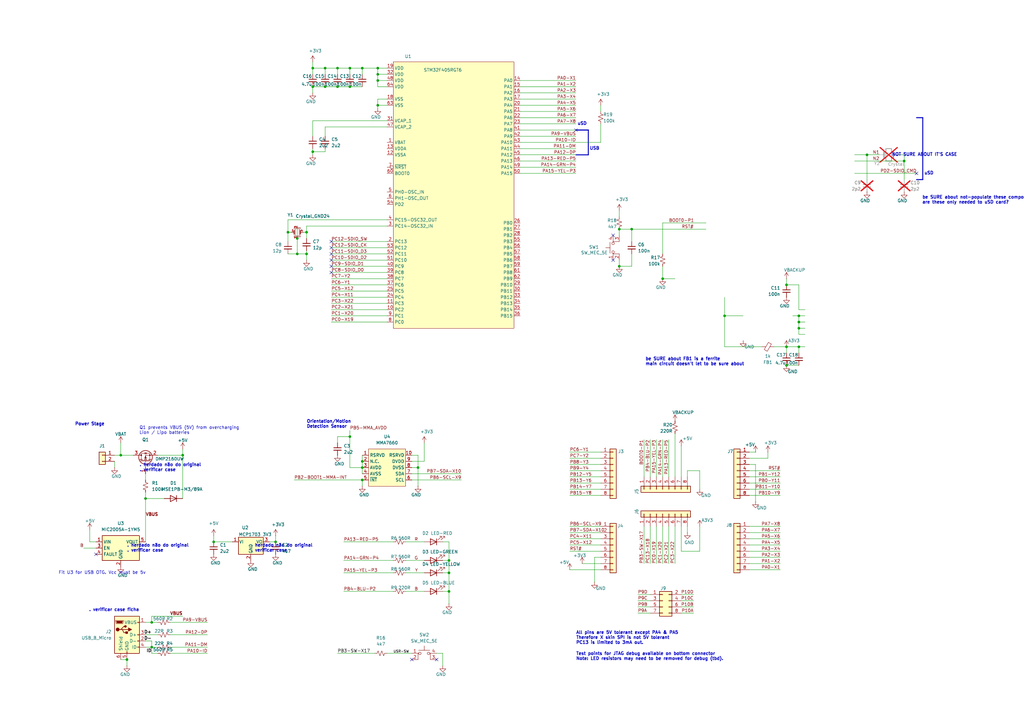
<source format=kicad_sch>
(kicad_sch (version 20250114) (generator "eeschema") (generator_version "9.0")
  (paper "A3")
  (text ". herdado não do original\n. verificar case" (at 52.07 224.79 0) (effects (font (size 1.27 1.27) (thickness 0.254) (bold yes)) (justify left)))
  (text ". herdado não do original\n. verificar case" (at 57.15 191.77 0) (effects (font (size 1.27 1.27) (thickness 0.254) (bold yes)) (justify left)))
  (text "uSD" (at 381 71.12 0) (effects (font (size 1.27 1.27) (thickness 0.254) (bold yes))))
  (text "I2C PullUp" (at 322.58 -127 0) (effects (font (size 1.27 1.27) (thickness 0.254) (bold yes))))
  (text "Test points for JTAG debug available on bottom connector\nNote: LED resistors may need to be removed for debug (tbd)." (at 236.22 269.24 0) (effects (font (size 1.27 1.27) (thickness 0.254) (bold yes)) (justify left)))
  (text "Q1 prevents VBUS (5V) from overcharging \nLion / Lipo batteries" (at 57.15 176.53 0) (effects (font (size 1.27 1.27)) (justify left)))
  (text "be SURE about not-populate these components:\nare these only needed to uSD card?" (at 378.206 82.042 0) (effects (font (size 1.27 1.27) (thickness 0.254) (bold yes)) (justify left)))
  (text "NOT SURE ABOUT IT'S CASE" (at 365.76 63.5 0) (effects (font (size 1.27 1.27) (thickness 0.254) (bold yes)) (justify left)))
  (text "USB" (at 243.84 60.96 0) (effects (font (size 1.27 1.27) (thickness 0.254) (bold yes))))
  (text "All pins are 5V tolerant except PA4 & PA5\nTherefore X skin SPI is not 5V tolerant\nPC13 is limited to 3mA out." (at 236.22 261.62 0) (effects (font (size 1.27 1.27) (thickness 0.254) (bold yes)) (justify left)))
  (text "be SURE about FB1 is a ferrite\nmain circuit doesn't let to be sure about\n" (at 264.668 148.336 0) (effects (font (size 1.27 1.27) (thickness 0.254) (bold yes)) (justify left)))
  (text ". verificar case ficha" (at 57.15 250.19 0) (effects (font (size 1.27 1.27) (thickness 0.254) (bold yes)) (justify right)))
  (text ". herdado não do original\n. verificar case" (at 102.87 224.79 0) (effects (font (size 1.27 1.27) (thickness 0.254) (bold yes)) (justify left)))
  (text "uSD" (at 238.76 50.8 0) (effects (font (size 1.27 1.27) (thickness 0.254) (bold yes))))
  (text "Fit U3 for USB OTG. Vcc must be 5v" (at 41.91 234.95 0) (effects (font (size 1.27 1.27))))
  (text "Power Stage" (at 36.83 173.99 0) (effects (font (size 1.27 1.27) (thickness 0.254) (bold yes))))
  (text "Orientation/Motion\nDetection Sensor" (at 125.73 173.99 0) (effects (font (size 1.27 1.27) (thickness 0.254) (bold yes)) (justify left)))
  (junction (at 52.07 270.51))
  (junction (at 314.96 -127))
  (junction (at 254 93.98))
  (junction (at 322.58 142.24))
  (junction (at 128.27 62.23))
  (junction (at 184.15 229.87))
  (junction (at 271.78 114.3))
  (junction (at 128.27 35.56))
  (junction (at 62.23 265.43))
  (junction (at 322.58 149.86))
  (junction (at 154.94 27.94))
  (junction (at 184.15 242.57))
  (junction (at 121.92 104.14))
  (junction (at 370.84 66.04))
  (junction (at 62.23 255.27))
  (junction (at 171.45 191.77))
  (junction (at 148.59 196.85))
  (junction (at 143.51 27.94))
  (junction (at 297.18 129.54))
  (junction (at 143.51 35.56))
  (junction (at 327.66 132.08))
  (junction (at 148.59 191.77))
  (junction (at 154.94 43.18))
  (junction (at 320.04 -127))
  (junction (at 128.27 27.94))
  (junction (at 154.94 30.48))
  (junction (at 87.63 222.25))
  (junction (at 355.6 63.5))
  (junction (at 138.43 35.56))
  (junction (at 125.73 95.25))
  (junction (at 133.35 27.94))
  (junction (at 327.66 134.62))
  (junction (at 327.66 129.54))
  (junction (at 121.92 97.79))
  (junction (at 59.69 204.47))
  (junction (at 148.59 189.23))
  (junction (at 143.51 179.07))
  (junction (at 148.59 27.94))
  (junction (at 113.03 222.25))
  (junction (at 154.94 33.02))
  (junction (at 74.93 186.69))
  (junction (at 254 109.22))
  (junction (at 133.35 35.56))
  (junction (at 327.66 142.24))
  (junction (at 49.53 186.69))
  (junction (at 118.11 95.25))
  (junction (at 125.73 104.14))
  (junction (at 259.08 93.98))
  (junction (at 138.43 27.94))
  (junction (at 327.66 -127))
  (junction (at 322.58 116.84))
  (junction (at 184.15 234.95))
  (no_connect (at 135.89 111.76))
  (no_connect (at 135.89 99.06))
  (no_connect (at 179.07 270.51))
  (no_connect (at 375.92 71.12))
  (no_connect (at 135.89 109.22))
  (no_connect (at 251.46 96.52))
  (no_connect (at 135.89 104.14))
  (no_connect (at 39.37 227.33))
  (no_connect (at 168.91 270.51))
  (no_connect (at 236.22 53.34))
  (no_connect (at 135.89 106.68))
  (no_connect (at 135.89 101.6))
  (no_connect (at 251.46 106.68))
  (wire (pts (xy 158.75 114.3) (xy 135.89 114.3)))
  (wire (pts (xy 154.94 40.64) (xy 158.75 40.64)))
  (wire (pts (xy 314.96 185.42) (xy 314.96 187.96)))
  (wire (pts (xy 259.08 104.14) (xy 259.08 109.22)))
  (wire (pts (xy 168.91 196.85) (xy 189.23 196.85)))
  (wire (pts (xy 274.32 -101.6) (xy 314.96 -101.6)))
  (wire (pts (xy 317.5 142.24) (xy 322.58 142.24)))
  (wire (pts (xy 62.23 265.43) (xy 64.77 265.43)))
  (wire (pts (xy 133.35 35.56) (xy 128.27 35.56)))
  (polyline (pts (xy 375.92 48.26) (xy 378.46 48.26)) (stroke (width 0.4)))
  (wire (pts (xy 85.09 265.43) (xy 69.85 265.43)))
  (wire (pts (xy 261.62 243.84) (xy 266.7 243.84)))
  (wire (pts (xy 368.3 63.5) (xy 370.84 63.5)))
  (wire (pts (xy 322.58 149.86) (xy 327.66 149.86)))
  (wire (pts (xy 274.32 -109.22) (xy 297.18 -109.22)))
  (wire (pts (xy 118.11 104.14) (xy 121.92 104.14)))
  (wire (pts (xy 158.75 124.46) (xy 135.89 124.46)))
  (wire (pts (xy 62.23 265.43) (xy 59.69 265.43)))
  (wire (pts (xy 355.6 63.5) (xy 355.6 73.66)))
  (wire (pts (xy 327.66 -127) (xy 330.2 -127)))
  (wire (pts (xy 259.08 109.22) (xy 254 109.22)))
  (wire (pts (xy 148.59 27.94) (xy 148.59 30.48)))
  (wire (pts (xy 133.35 62.23) (xy 128.27 62.23)))
  (wire (pts (xy 307.34 193.04) (xy 320.04 193.04)))
  (wire (pts (xy 274.32 -99.06) (xy 320.04 -99.06)))
  (wire (pts (xy 307.34 223.52) (xy 320.04 223.52)))
  (wire (pts (xy 62.23 265.43) (xy 62.23 262.89)))
  (wire (pts (xy 261.62 248.92) (xy 266.7 248.92)))
  (wire (pts (xy 154.94 30.48) (xy 154.94 27.94)))
  (wire (pts (xy 314.96 -127) (xy 320.04 -127)))
  (wire (pts (xy 233.68 190.5) (xy 246.38 190.5)))
  (wire (pts (xy 266.7 215.9) (xy 266.7 231.14)))
  (wire (pts (xy 128.27 25.4) (xy 128.27 27.94)))
  (wire (pts (xy 161.29 229.87) (xy 140.97 229.87)))
  (wire (pts (xy 309.88 -111.76) (xy 309.88 -83.82)))
  (wire (pts (xy 271.78 109.22) (xy 271.78 114.3)))
  (wire (pts (xy 213.36 71.12) (xy 236.22 71.12)))
  (wire (pts (xy 121.92 97.79) (xy 121.92 104.14)))
  (wire (pts (xy 327.66 116.84) (xy 327.66 127)))
  (wire (pts (xy 261.62 251.46) (xy 266.7 251.46)))
  (wire (pts (xy 158.75 119.38) (xy 135.89 119.38)))
  (wire (pts (xy 233.68 198.12) (xy 246.38 198.12)))
  (wire (pts (xy 158.75 132.08) (xy 135.89 132.08)))
  (wire (pts (xy 110.49 222.25) (xy 113.03 222.25)))
  (wire (pts (xy 264.16 180.34) (xy 264.16 195.58)))
  (wire (pts (xy 166.37 242.57) (xy 173.99 242.57)))
  (wire (pts (xy 128.27 62.23) (xy 128.27 63.5)))
  (wire (pts (xy 133.35 27.94) (xy 138.43 27.94)))
  (wire (pts (xy 39.37 222.25) (xy 36.83 222.25)))
  (wire (pts (xy 85.09 260.35) (xy 69.85 260.35)))
  (wire (pts (xy 307.34 218.44) (xy 320.04 218.44)))
  (wire (pts (xy 179.07 267.97) (xy 181.61 267.97)))
  (wire (pts (xy 233.68 200.66) (xy 246.38 200.66)))
  (wire (pts (xy 125.73 92.71) (xy 125.73 95.25)))
  (wire (pts (xy 307.34 233.68) (xy 320.04 233.68)))
  (wire (pts (xy 246.38 50.8) (xy 246.38 58.42)))
  (wire (pts (xy 233.68 185.42) (xy 246.38 185.42)))
  (wire (pts (xy 271.78 91.44) (xy 289.56 91.44)))
  (wire (pts (xy 307.34 198.12) (xy 320.04 198.12)))
  (wire (pts (xy 327.66 134.62) (xy 327.66 137.16)))
  (wire (pts (xy 154.94 35.56) (xy 154.94 33.02)))
  (wire (pts (xy 309.88 -78.74) (xy 309.88 -76.2)))
  (wire (pts (xy 143.51 176.53) (xy 143.51 179.07)))
  (wire (pts (xy 271.78 195.58) (xy 271.78 180.34)))
  (wire (pts (xy 213.36 68.58) (xy 236.22 68.58)))
  (wire (pts (xy 274.32 -91.44) (xy 327.66 -91.44)))
  (polyline (pts (xy 236.22 63.5) (xy 241.3 63.5)) (stroke (width 0.4)))
  (wire (pts (xy 330.2 -127) (xy 330.2 -124.46)))
  (wire (pts (xy 148.59 196.85) (xy 148.59 199.39)))
  (wire (pts (xy 243.84 228.6) (xy 243.84 238.76)))
  (wire (pts (xy 128.27 27.94) (xy 133.35 27.94)))
  (wire (pts (xy 59.69 204.47) (xy 59.69 222.25)))
  (wire (pts (xy 74.93 204.47) (xy 74.93 186.69)))
  (wire (pts (xy 168.91 186.69) (xy 171.45 186.69)))
  (wire (pts (xy 154.94 33.02) (xy 158.75 33.02)))
  (wire (pts (xy 39.37 224.79) (xy 34.29 224.79)))
  (wire (pts (xy 46.99 186.69) (xy 49.53 186.69)))
  (wire (pts (xy 171.45 186.69) (xy 171.45 191.77)))
  (wire (pts (xy 274.32 -104.14) (xy 304.8 -104.14)))
  (wire (pts (xy 307.34 203.2) (xy 320.04 203.2)))
  (wire (pts (xy 370.84 66.04) (xy 370.84 73.66)))
  (wire (pts (xy 158.75 104.14) (xy 135.89 104.14)))
  (wire (pts (xy 154.94 27.94) (xy 158.75 27.94)))
  (wire (pts (xy 62.23 267.97) (xy 62.23 265.43)))
  (polyline (pts (xy 375.92 73.66) (xy 378.46 73.66)) (stroke (width 0.4)))
  (wire (pts (xy 125.73 97.79) (xy 125.73 95.25)))
  (wire (pts (xy 271.78 104.14) (xy 271.78 91.44)))
  (wire (pts (xy 233.68 218.44) (xy 246.38 218.44)))
  (wire (pts (xy 171.45 191.77) (xy 171.45 199.39)))
  (wire (pts (xy 325.12 129.54) (xy 327.66 129.54)))
  (wire (pts (xy 49.53 181.61) (xy 49.53 186.69)))
  (wire (pts (xy 322.58 116.84) (xy 327.66 116.84)))
  (wire (pts (xy 287.02 215.9) (xy 287.02 226.06)))
  (wire (pts (xy 330.2 142.24) (xy 327.66 142.24)))
  (wire (pts (xy 168.91 191.77) (xy 171.45 191.77)))
  (wire (pts (xy 307.34 200.66) (xy 320.04 200.66)))
  (wire (pts (xy 213.36 66.04) (xy 236.22 66.04)))
  (wire (pts (xy 287.02 226.06) (xy 279.4 226.06)))
  (wire (pts (xy 213.36 53.34) (xy 236.22 53.34)))
  (wire (pts (xy 327.66 132.08) (xy 327.66 134.62)))
  (wire (pts (xy 297.18 129.54) (xy 304.8 129.54)))
  (wire (pts (xy 161.29 242.57) (xy 140.97 242.57)))
  (wire (pts (xy 307.34 187.96) (xy 314.96 187.96)))
  (wire (pts (xy 307.34 226.06) (xy 320.04 226.06)))
  (wire (pts (xy 246.38 43.18) (xy 246.38 45.72)))
  (wire (pts (xy 243.84 228.6) (xy 246.38 228.6)))
  (wire (pts (xy 158.75 111.76) (xy 135.89 111.76)))
  (wire (pts (xy 264.16 215.9) (xy 264.16 231.14)))
  (wire (pts (xy 266.7 180.34) (xy 266.7 195.58)))
  (wire (pts (xy 49.53 186.69) (xy 54.61 186.69)))
  (wire (pts (xy 259.08 93.98) (xy 254 93.98)))
  (wire (pts (xy 327.66 129.54) (xy 330.2 129.54)))
  (wire (pts (xy 158.75 116.84) (xy 135.89 116.84)))
  (wire (pts (xy 254 86.36) (xy 254 88.9)))
  (wire (pts (xy 143.51 27.94) (xy 148.59 27.94)))
  (wire (pts (xy 118.11 95.25) (xy 118.11 99.06)))
  (wire (pts (xy 279.4 215.9) (xy 279.4 226.06)))
  (wire (pts (xy 279.4 248.92) (xy 284.48 248.92)))
  (wire (pts (xy 128.27 49.53) (xy 128.27 55.88)))
  (wire (pts (xy 64.77 260.35) (xy 59.69 260.35)))
  (wire (pts (xy 274.32 -86.36) (xy 297.18 -86.36)))
  (wire (pts (xy 125.73 92.71) (xy 158.75 92.71)))
  (wire (pts (xy 279.4 195.58) (xy 279.4 182.88)))
  (wire (pts (xy 213.36 58.42) (xy 246.38 58.42)))
  (wire (pts (xy 279.4 243.84) (xy 284.48 243.84)))
  (wire (pts (xy 158.75 127) (xy 135.89 127)))
  (wire (pts (xy 259.08 99.06) (xy 259.08 93.98)))
  (wire (pts (xy 254 93.98) (xy 254 96.52)))
  (wire (pts (xy 274.32 -78.74) (xy 297.18 -78.74)))
  (wire (pts (xy 274.32 -114.3) (xy 297.18 -114.3)))
  (wire (pts (xy 148.59 191.77) (xy 148.59 194.31)))
  (wire (pts (xy 125.73 106.68) (xy 125.73 104.14)))
  (wire (pts (xy 307.34 228.6) (xy 320.04 228.6)))
  (wire (pts (xy 184.15 242.57) (xy 184.15 247.65)))
  (wire (pts (xy 125.73 95.25) (xy 124.46 95.25)))
  (wire (pts (xy 138.43 179.07) (xy 143.51 179.07)))
  (wire (pts (xy 125.73 102.87) (xy 125.73 104.14)))
  (wire (pts (xy 62.23 255.27) (xy 59.69 255.27)))
  (wire (pts (xy 355.6 63.5) (xy 360.68 63.5)))
  (wire (pts (xy 138.43 35.56) (xy 133.35 35.56)))
  (wire (pts (xy 113.03 219.71) (xy 113.03 222.25)))
  (wire (pts (xy 304.8 -78.74) (xy 304.8 -76.2)))
  (wire (pts (xy 154.94 40.64) (xy 154.94 43.18)))
  (wire (pts (xy 148.59 27.94) (xy 154.94 27.94)))
  (wire (pts (xy 327.66 134.62) (xy 330.2 134.62)))
  (wire (pts (xy 120.65 196.85) (xy 148.59 196.85)))
  (wire (pts (xy 148.59 35.56) (xy 143.51 35.56)))
  (wire (pts (xy 330.2 -88.9) (xy 330.2 -119.38)))
  (wire (pts (xy 213.36 60.96) (xy 236.22 60.96)))
  (wire (pts (xy 184.15 229.87) (xy 184.15 234.95)))
  (wire (pts (xy 307.34 185.42) (xy 309.88 185.42)))
  (wire (pts (xy 184.15 234.95) (xy 184.15 242.57)))
  (wire (pts (xy 64.77 186.69) (xy 74.93 186.69)))
  (wire (pts (xy 297.18 129.54) (xy 297.18 142.24)))
  (wire (pts (xy 173.99 181.61) (xy 173.99 189.23)))
  (polyline (pts (xy 378.46 48.26) (xy 378.46 73.66)) (stroke (width 0.4) (type solid)))
  (wire (pts (xy 274.32 -116.84) (xy 297.18 -116.84)))
  (wire (pts (xy 370.84 63.5) (xy 370.84 66.04)))
  (wire (pts (xy 269.24 195.58) (xy 269.24 180.34)))
  (wire (pts (xy 119.38 95.25) (xy 118.11 95.25)))
  (wire (pts (xy 213.36 45.72) (xy 236.22 45.72)))
  (wire (pts (xy 168.91 189.23) (xy 173.99 189.23)))
  (wire (pts (xy 233.68 187.96) (xy 246.38 187.96)))
  (wire (pts (xy 233.68 226.06) (xy 246.38 226.06)))
  (wire (pts (xy 327.66 142.24) (xy 327.66 144.78)))
  (wire (pts (xy 274.32 -83.82) (xy 297.18 -83.82)))
  (wire (pts (xy 274.32 -106.68) (xy 297.18 -106.68)))
  (wire (pts (xy 259.08 93.98) (xy 289.56 93.98)))
  (wire (pts (xy 161.29 222.25) (xy 140.97 222.25)))
  (wire (pts (xy 121.92 92.71) (xy 121.92 97.79)))
  (wire (pts (xy 314.96 -101.6) (xy 314.96 -119.38)))
  (wire (pts (xy 269.24 215.9) (xy 269.24 231.14)))
  (wire (pts (xy 181.61 222.25) (xy 184.15 222.25)))
  (wire (pts (xy 52.07 270.51) (xy 52.07 273.05)))
  (wire (pts (xy 307.34 220.98) (xy 320.04 220.98)))
  (wire (pts (xy 143.51 35.56) (xy 138.43 35.56)))
  (wire (pts (xy 59.69 204.47) (xy 59.69 201.93)))
  (wire (pts (xy 52.07 270.51) (xy 49.53 270.51)))
  (wire (pts (xy 304.8 -104.14) (xy 304.8 -83.82)))
  (wire (pts (xy 281.94 195.58) (xy 281.94 193.04)))
  (wire (pts (xy 274.32 -88.9) (xy 330.2 -88.9)))
  (wire (pts (xy 274.32 -93.98) (xy 297.18 -93.98)))
  (wire (pts (xy 128.27 49.53) (xy 158.75 49.53)))
  (wire (pts (xy 213.36 48.26) (xy 236.22 48.26)))
  (wire (pts (xy 320.04 -127) (xy 320.04 -124.46)))
  (wire (pts (xy 133.35 52.07) (xy 158.75 52.07)))
  (wire (pts (xy 213.36 50.8) (xy 236.22 50.8)))
  (wire (pts (xy 233.68 193.04) (xy 246.38 193.04)))
  (wire (pts (xy 148.59 189.23) (xy 148.59 191.77)))
  (wire (pts (xy 158.75 35.56) (xy 154.94 35.56)))
  (wire (pts (xy 238.76 231.14) (xy 246.38 231.14)))
  (wire (pts (xy 143.51 179.07) (xy 143.51 191.77)))
  (wire (pts (xy 138.43 181.61) (xy 138.43 179.07)))
  (wire (pts (xy 274.32 -96.52) (xy 297.18 -96.52)))
  (wire (pts (xy 158.75 267.97) (xy 168.91 267.97)))
  (wire (pts (xy 143.51 27.94) (xy 143.51 30.48)))
  (wire (pts (xy 322.58 114.3) (xy 322.58 116.84)))
  (wire (pts (xy 233.68 195.58) (xy 246.38 195.58)))
  (wire (pts (xy 158.75 121.92) (xy 135.89 121.92)))
  (wire (pts (xy 59.69 194.31) (xy 59.69 196.85)))
  (polyline (pts (xy 236.22 53.34) (xy 241.3 53.34)) (stroke (width 0.4)))
  (wire (pts (xy 181.61 229.87) (xy 184.15 229.87)))
  (wire (pts (xy 327.66 137.16) (xy 330.2 137.16)))
  (wire (pts (xy 74.93 184.15) (xy 74.93 186.69)))
  (wire (pts (xy 314.96 -127) (xy 314.96 -124.46)))
  (wire (pts (xy 213.36 55.88) (xy 236.22 55.88)))
  (wire (pts (xy 350.52 63.5) (xy 355.6 63.5)))
  (wire (pts (xy 59.69 204.47) (xy 67.31 204.47)))
  (wire (pts (xy 233.68 233.68) (xy 246.38 233.68)))
  (wire (pts (xy 320.04 -127) (xy 327.66 -127)))
  (wire (pts (xy 184.15 222.25) (xy 184.15 229.87)))
  (wire (pts (xy 158.75 99.06) (xy 135.89 99.06)))
  (wire (pts (xy 312.42 142.24) (xy 297.18 142.24)))
  (wire (pts (xy 327.66 -127) (xy 327.66 -124.46)))
  (wire (pts (xy 350.52 71.12) (xy 375.92 71.12)))
  (wire (pts (xy 327.66 142.24) (xy 322.58 142.24)))
  (wire (pts (xy 85.09 267.97) (xy 69.85 267.97)))
  (wire (pts (xy 154.94 30.48) (xy 158.75 30.48)))
  (wire (pts (xy 274.32 -111.76) (xy 309.88 -111.76)))
  (wire (pts (xy 128.27 38.1) (xy 128.27 35.56)))
  (wire (pts (xy 46.99 189.23) (xy 46.99 191.77)))
  (wire (pts (xy 118.11 90.17) (xy 158.75 90.17)))
  (wire (pts (xy 276.86 195.58) (xy 276.86 177.8)))
  (wire (pts (xy 62.23 252.73) (xy 62.23 255.27)))
  (wire (pts (xy 133.35 60.96) (xy 133.35 62.23)))
  (wire (pts (xy 181.61 267.97) (xy 181.61 273.05)))
  (wire (pts (xy 118.11 90.17) (xy 118.11 95.25)))
  (wire (pts (xy 279.4 246.38) (xy 284.48 246.38)))
  (polyline (pts (xy 236.22 53.34) (xy 241.3 53.34)) (stroke (width 0.4)))
  (wire (pts (xy 274.32 -81.28) (xy 297.18 -81.28)))
  (wire (pts (xy 274.32 195.58) (xy 274.32 180.34)))
  (wire (pts (xy 350.52 66.04) (xy 370.84 66.04)))
  (wire (pts (xy 87.63 222.25) (xy 95.25 222.25)))
  (wire (pts (xy 314.96 -129.54) (xy 314.96 -127)))
  (wire (pts (xy 133.35 27.94) (xy 133.35 30.48)))
  (wire (pts (xy 213.36 63.5) (xy 236.22 63.5)))
  (wire (pts (xy 168.91 194.31) (xy 189.23 194.31)))
  (wire (pts (xy 85.09 255.27) (xy 69.85 255.27)))
  (wire (pts (xy 158.75 129.54) (xy 135.89 129.54)))
  (wire (pts (xy 213.36 43.18) (xy 236.22 43.18)))
  (wire (pts (xy 233.68 223.52) (xy 246.38 223.52)))
  (wire (pts (xy 128.27 27.94) (xy 128.27 30.48)))
  (wire (pts (xy 87.63 219.71) (xy 87.63 222.25)))
  (wire (pts (xy 287.02 193.04) (xy 281.94 193.04)))
  (wire (pts (xy 154.94 43.18) (xy 158.75 43.18)))
  (wire (pts (xy 74.93 252.73) (xy 62.23 252.73)))
  (wire (pts (xy 254 106.68) (xy 254 109.22)))
  (wire (pts (xy 213.36 38.1) (xy 236.22 38.1)))
  (wire (pts (xy 233.68 220.98) (xy 246.38 220.98)))
  (wire (pts (xy 64.77 267.97) (xy 62.23 267.97)))
  (wire (pts (xy 330.2 127) (xy 327.66 127)))
  (wire (pts (xy 133.35 52.07) (xy 133.35 55.88)))
  (wire (pts (xy 148.59 186.69) (xy 148.59 189.23)))
  (wire (pts (xy 307.34 190.5) (xy 309.88 190.5)))
  (wire (pts (xy 64.77 255.27) (xy 62.23 255.27)))
  (wire (pts (xy 36.83 222.25) (xy 36.83 217.17)))
  (wire (pts (xy 158.75 106.68) (xy 135.89 106.68)))
  (wire (pts (xy 322.58 142.24) (xy 322.58 144.78)))
  (wire (pts (xy 307.34 195.58) (xy 320.04 195.58)))
  (wire (pts (xy 276.86 114.3) (xy 271.78 114.3)))
  (wire (pts (xy 307.34 231.14) (xy 320.04 231.14)))
  (wire (pts (xy 158.75 101.6) (xy 135.89 101.6)))
  (wire (pts (xy 158.75 109.22) (xy 135.89 109.22)))
  (wire (pts (xy 59.69 262.89) (xy 62.23 262.89)))
  (wire (pts (xy 213.36 33.02) (xy 236.22 33.02)))
  (wire (pts (xy 309.88 190.5) (xy 309.88 205.74)))
  (wire (pts (xy 320.04 -99.06) (xy 320.04 -119.38)))
  (wire (pts (xy 166.37 229.87) (xy 173.99 229.87)))
  (wire (pts (xy 161.29 234.95) (xy 140.97 234.95)))
  (wire (pts (xy 327.66 -91.44) (xy 327.66 -119.38)))
  (wire (pts (xy 233.68 203.2) (xy 246.38 203.2)))
  (wire (pts (xy 148.59 191.77) (xy 143.51 191.77)))
  (wire (pts (xy 327.66 132.08) (xy 330.2 132.08)))
  (wire (pts (xy 213.36 40.64) (xy 236.22 40.64)))
  (wire (pts (xy 271.78 215.9) (xy 271.78 231.14)))
  (wire (pts (xy 181.61 234.95) (xy 184.15 234.95)))
  (wire (pts (xy 166.37 234.95) (xy 173.99 234.95)))
  (wire (pts (xy 233.68 215.9) (xy 246.38 215.9)))
  (wire (pts (xy 154.94 43.18) (xy 154.94 44.45)))
  (wire (pts (xy 181.61 242.57) (xy 184.15 242.57)))
  (wire (pts (xy 213.36 35.56) (xy 236.22 35.56)))
  (wire (pts (xy 261.62 246.38) (xy 266.7 246.38)))
  (wire (pts (xy 281.94 215.9) (xy 281.94 218.44)))
  (wire (pts (xy 287.02 200.66) (xy 287.02 193.04)))
  (polyline (pts (xy 241.3 53.34) (xy 241.3 63.5)) (stroke (width 0.4) (type solid)))
  (wire (pts (xy 297.18 121.92) (xy 297.18 129.54)))
  (wire (pts (xy 276.86 215.9) (xy 276.86 231.14)))
  (wire (pts (xy 121.92 104.14) (xy 125.73 104.14)))
  (wire (pts (xy 138.43 27.94) (xy 143.51 27.94)))
  (wire (pts (xy 166.37 222.25) (xy 173.99 222.25)))
  (wire (pts (xy 274.32 215.9) (xy 274.32 231.14)))
  (wire (pts (xy 138.43 267.97) (xy 153.67 267.97)))
  (wire (pts (xy 138.43 27.94) (xy 138.43 30.48)))
  (wire (pts (xy 327.66 129.54) (xy 327.66 132.08)))
  (wire (pts (xy 128.27 60.96) (xy 128.27 62.23)))
  (wire (pts (xy 279.4 251.46) (xy 284.48 251.46)))
  (wire (pts (xy 307.34 215.9) (xy 320.04 215.9)))
  (wire (pts (xy 154.94 33.02) (xy 154.94 30.48)))
  (label "PB0-Y11" (at 297.18 -116.84 180))
  (label "PA13-RED-P5" (at 140.97 222.25 0))
  (label "PB8-Y3" (at 233.68 190.5 0))
  (label "P10A" (at 284.48 251.46 180))
  (label "PB7-SDA-X10" (at 297.18 -99.06 180))
  (label "P10D" (at 284.48 243.84 180))
  (label "PC4-X11" (at 135.89 121.92 0))
  (label "PA10-ID" (at 85.09 267.97 180))
  (label "PC3-X22" (at 276.86 231.14 90))
  (label "PA12-DP" (at 236.22 63.5 180))
  (label "P9B" (at 261.62 248.92 0))
  (label "PB15-Y8" (at 233.68 203.2 0))
  (label "PB7-SDA-X10" (at 189.23 194.31 180))
  (label "D+" (at 62.23 260.35 180) (effects (font (thickness 0.254) (bold yes))))
  (label "PB14-Y7" (at 233.68 200.66 0))
  (label "PA2-X3" (at 236.22 38.1 180))
  (label "PC3-X22" (at 135.89 124.46 0))
  (label "PB11-Y10" (at 297.18 -88.9 180))
  (label "PA6-X7" (at 320.04 218.44 180))
  (label "P9D" (at 261.62 243.84 0))
  (label "P9C" (at 261.62 246.38 0))
  (label "PB14-Y7" (at 297.18 -81.28 180))
  (label "PA12-DP" (at 85.09 260.35 180))
  (label "PB10-Y9" (at 297.18 -91.44 180))
  (label "D-" (at 62.23 262.89 180) (effects (font (thickness 0.254) (bold yes))))
  (label "PA14-GRN-P4" (at 236.22 68.58 180))
  (label "PA5-X6" (at 320.04 220.98 180))
  (label "PB13-Y6" (at 297.18 -83.82 180))
  (label "PA11-DM" (at 236.22 60.96 180))
  (label "PB4-BLU-P2" (at 266.7 180.34 270))
  (label "PA7-X8" (at 236.22 50.8 180))
  (label "B" (at 34.29 224.79 180))
  (label "PA5-X6" (at 236.22 45.72 180))
  (label "PB10-Y9" (at 320.04 203.2 180))
  (label "PC4-X11" (at 233.68 220.98 0))
  (label "PB9-Y4" (at 233.68 193.04 0))
  (label "PB0-Y11" (at 320.04 198.12 180))
  (label "N1" (at 360.68 63.5 180))
  (label "PA1-X2" (at 236.22 35.56 180))
  (label "PB4-BLU-P2" (at 297.18 -106.68 180))
  (label "PC6-Y1" (at 135.89 116.84 0))
  (label "PA3-X4" (at 236.22 40.64 180))
  (label "PA15-YEL-P3" (at 140.97 234.95 0))
  (label "PA15-YEL-P3" (at 236.22 71.12 180))
  (label "PC8-SDIO_D0" (at 135.89 111.76 0))
  (label "PC12-SDIO_SW" (at 135.89 99.06 0) (effects (font (thickness 0.1588))))
  (label "BOOT0-P1" (at 264.16 180.34 270))
  (label "PB6-SCL-X9" (at 233.68 215.9 0))
  (label "PC5-X12" (at 233.68 223.52 0))
  (label "G" (at 171.45 229.87 180))
  (label "PB12-Y5" (at 233.68 195.58 0))
  (label "PC1-X20" (at 271.78 231.14 90))
  (label "PA0-X1" (at 236.22 33.02 180))
  (label "RST#" (at 233.68 226.06 0))
  (label "PB3-SW-X17" (at 138.43 267.97 0))
  (label "PA11-DM" (at 85.09 265.43 180))
  (label "P9A" (at 261.62 251.46 0))
  (label "PC2-X21" (at 135.89 127 0))
  (label "PD2-SDIO_CMD" (at 375.92 71.12 180))
  (label "PA4-X5" (at 320.04 223.52 180))
  (label "PA7-X8" (at 320.04 215.9 180))
  (label "P10C" (at 284.48 246.38 180))
  (label "P10B" (at 284.48 248.92 180))
  (label "PB5-MMA_AVDD" (at 143.51 176.53 0))
  (label "PB6-SCL-X9" (at 189.23 196.85 180))
  (label "PA3-X4" (at 320.04 226.06 180))
  (label "PC12-SDIO_CK" (at 135.89 101.6 0) (effects (font (thickness 0.1588))))
  (label "PC7-Y2" (at 135.89 114.3 0))
  (label "PA9-VBUS" (at 236.22 55.88 180))
  (label "PC10-SDIO_D2" (at 135.89 106.68 0))
  (label "PB2-BOOT1-MMA-INT" (at 120.65 196.85 0))
  (label "VBUS" (at 59.69 212.09 0) (effects (font (thickness 0.254) (bold yes))))
  (label "PB7-SDA-X10" (at 233.68 218.44 0))
  (label "PC9-SDIO_D1" (at 135.89 109.22 0))
  (label "N2" (at 360.68 66.04 180))
  (label "VBUS" (at 74.93 252.73 180) (effects (font (thickness 0.254) (bold yes))))
  (label "RST#" (at 320.04 193.04 180))
  (label "PC11-SDIO_D3" (at 135.89 104.14 0))
  (label "PA13-RED-P5" (at 236.22 66.04 180))
  (label "PB9-Y4" (at 297.18 -93.98 180))
  (label "PC7-Y2" (at 233.68 187.96 0))
  (label "PA10-ID" (at 236.22 58.42 180))
  (label "PB11-Y10" (at 320.04 200.66 180))
  (label "RST#" (at 284.48 93.98 180))
  (label "BOOT0-P1" (at 274.32 91.44 0))
  (label "PA1-X2" (at 320.04 231.14 180))
  (label "PA9-VBUS" (at 85.09 255.27 180))
  (label "Y" (at 171.45 234.95 180))
  (label "PA6-X7" (at 236.22 48.26 180))
  (label "PA15-YEL-P3" (at 269.24 180.34 270))
  (label "PB1-Y12" (at 297.18 -114.3 180))
  (label "PB3-SW-X17" (at 297.18 -109.22 180))
  (label "PC13-X18" (at 266.7 231.14 90))
  (label "PB8-Y3" (at 297.18 -96.52 180))
  (label "PB6-SCL-X9" (at 297.18 -101.6 180))
  (label "PC0-X19" (at 269.24 231.14 90))
  (label "PC5-X12" (at 135.89 119.38 0))
  (label "PA4-X5" (at 236.22 43.18 180))
  (label "PB4-BLU-P2" (at 140.97 242.57 0))
  (label "R" (at 171.45 222.25 180))
  (label "PC6-Y1" (at 233.68 185.42 0))
  (label "PB1-Y12" (at 320.04 195.58 180))
  (label "PB12-Y5" (at 297.18 -86.36 180))
  (label "PC1-X20" (at 135.89 129.54 0))
  (label "PB5-MMA_AVDD" (at 297.18 -104.14 180))
  (label "USR-SW" (at 161.29 267.97 0) (effects (font (size 1 1))))
  (label "PA14-GRN-P4" (at 140.97 229.87 0))
  (label "PA14-GRN-P4" (at 271.78 180.34 270))
  (label "PC0-X19" (at 135.89 132.08 0))
  (label "PB3-SW-X17" (at 264.16 231.14 90))
  (label "PB2-BOOT1-MMA-INT" (at 297.18 -111.76 180))
  (label "ID" (at 62.23 267.97 180) (effects (font (thickness 0.254) (bold yes))))
  (label "PB15-Y8" (at 297.18 -78.74 180))
  (label "PC2-X21" (at 274.32 231.14 90))
  (label "B" (at 171.45 242.57 180))
  (label "PA13-RED-P5" (at 274.32 180.34 270))
  (label "PA2-X3" (at 320.04 228.6 180))
  (label "PA0-X1" (at 320.04 233.68 180))
  (label "PB13-Y6" (at 233.68 198.12 0))
  (symbol (lib_id "power:+3V3") (at 173.99 181.61 0) (unit 1)
    (property "Reference" "#PWR014" (effects (hide yes)))
    (property "Value" "+3V3" (at 175.006 177.038 0))
    (property "Description" "Power symbol creates a global label with name \"+3V3\"" (effects (hide yes)))
  )
  (symbol (lib_id "power:GND") (at 181.61 273.05 0) (mirror y) (unit 1)
    (property "Reference" "#PWR020" (effects (hide yes)))
    (property "Value" "GND" (at 180.848 276.606 0))
    (property "Description" "Power symbol creates a global label with name \"GND\" , ground" (effects (hide yes)))
  )
  (symbol (lib_id "power:GND") (at 304.8 -76.2 0) (mirror y) (unit 1)
    (property "Reference" "#PWR017" (effects (hide yes)))
    (property "Value" "GND" (at 304.038 -72.644 0))
    (property "Description" "Power symbol creates a global label with name \"GND\" , ground" (effects (hide yes)))
  )
  (symbol (lib_id "_SymbLibrary:MMA7660") (at 158.75 193.04 0) (unit 1)
    (property "Reference" "U4" (at 158.75 179.07 0))
    (property "Value" "MMA7660" (at 158.75 181.61 0))
    (property "Footprint" "Package_DFN_QFN:WDFN-10-1EP_3x3mm_P0.5mm_EP1.8x2.5mm" (effects (hide yes)))
    (property "Description" "3-Axis Orientation/Motion Detection Sensor" (effects (hide yes)))
  )
  (symbol (lib_id "power:GND") (at 322.58 149.86 0) (mirror y) (unit 1)
    (property "Reference" "#PWR034" (effects (hide yes)))
    (property "Value" "GND" (at 325.12 152.4 0))
    (property "Description" "Power symbol creates a global label with name \"GND\" , ground" (effects (hide yes)))
  )
  (symbol (lib_id "Device:C_Small") (at 138.43 184.15 0) (unit 1)
    (property "Reference" "C3" (at 140.97 182.8862 0) (effects (justify left)))
    (property "Value" "2u2" (at 140.97 185.4262 0) (effects (justify left)))
    (property "Footprint" "Capacitor_SMD:C_0603_1608Metric" (effects (hide yes)))
    (property "Description" "Unpolarized capacitor, small symbol" (effects (hide yes)))
  )
  (symbol (lib_id "Connector_Generic:Conn_01x02") (at 41.91 186.69 0) (mirror y) (unit 1)
    (property "Reference" "J1" (at 41.91 182.88 0))
    (property "Value" "Conn_01x02" (effects (hide yes)))
    (property "Footprint" "Connector_PinHeader_1.00mm:PinHeader_1x02_P1.00mm_Vertical" (effects (hide yes)))
    (property "Description" "Generic connector, single row, 01x02, script generated (kicad-library-utils/schlib/autogen/connector/)" (effects (hide yes)))
  )
  (symbol (lib_id "Device:C_Small") (at 148.59 33.02 0) (mirror y) (unit 1)
    (property "Reference" "C12" (at 148.336 31.242 0) (effects (justify left)))
    (property "Value" "100n" (at 148.336 34.544 0) (effects (justify left)))
    (property "Footprint" "Capacitor_SMD:C_0603_1608Metric" (effects (hide yes)))
    (property "Description" "Unpolarized capacitor, small symbol" (effects (hide yes)))
  )
  (symbol (lib_id "Device:R_Small_US") (at 163.83 229.87 90) (unit 1)
    (property "Reference" "R7" (at 161.544 228.346 90))
    (property "Value" "560R" (at 165.862 228.346 90))
    (property "Footprint" "Resistor_SMD:R_0402_1005Metric" (effects (hide yes)))
    (property "Description" "Resistor, small US symbol" (effects (hide yes)))
  )
  (symbol (lib_id "Device:R_Small_US") (at 163.83 234.95 90) (unit 1)
    (property "Reference" "R8" (at 161.544 233.426 90))
    (property "Value" "560R" (at 165.862 233.426 90))
    (property "Footprint" "Resistor_SMD:R_0402_1005Metric" (effects (hide yes)))
    (property "Description" "Resistor, small US symbol" (effects (hide yes)))
  )
  (symbol (lib_id "power:GND") (at 243.84 238.76 0) (mirror y) (unit 1)
    (property "Reference" "#PWR035" (effects (hide yes)))
    (property "Value" "GND" (at 246.38 241.3 0))
    (property "Description" "Power symbol creates a global label with name \"GND\" , ground" (effects (hide yes)))
  )
  (symbol (lib_id "Device:R_Small_US") (at 59.69 199.39 0) (unit 1)
    (property "Reference" "R1" (at 62.23 198.1199 0) (effects (justify left)))
    (property "Value" "100k" (at 62.23 200.6599 0) (effects (justify left)))
    (property "Footprint" "Resistor_SMD:R_0402_1005Metric" (effects (hide yes)))
    (property "Description" "Resistor, small US symbol" (effects (hide yes)))
  )
  (symbol (lib_id "power:+3V3") (at 322.58 114.3 0) (unit 1)
    (property "Reference" "#PWR030" (effects (hide yes)))
    (property "Value" "VBACKUP" (at 325.882 110.744 0))
    (property "Description" "Power symbol creates a global label with name \"+3V3\"" (effects (hide yes)))
  )
  (symbol (lib_id "Device:C_Small") (at 259.08 101.6 0) (unit 1)
    (property "Reference" "C6" (at 261.62 100.3362 0) (effects (justify left)))
    (property "Value" "100n" (at 261.62 102.8762 0) (effects (justify left)))
    (property "Footprint" "Capacitor_SMD:C_0603_1608Metric" (effects (hide yes)))
    (property "Description" "Unpolarized capacitor, small symbol" (effects (hide yes)))
  )
  (symbol (lib_id "power:GND") (at 287.02 200.66 0) (mirror y) (unit 1)
    (property "Reference" "#PWR042" (effects (hide yes)))
    (property "Value" "GND" (at 289.56 203.2 0))
    (property "Description" "Power symbol creates a global label with name \"GND\" , ground" (effects (hide yes)))
  )
  (symbol (lib_id "Device:R_Small_US") (at 156.21 267.97 90) (unit 1)
    (property "Reference" "R16" (at 156.21 261.62 90))
    (property "Value" "4k7" (at 156.21 264.16 90))
    (property "Footprint" "Resistor_SMD:R_0402_1005Metric" (effects (hide yes)))
    (property "Description" "Resistor, small US symbol" (effects (hide yes)))
  )
  (symbol (lib_id "Connector_Generic:Conn_01x08") (at 302.26 193.04 0) (mirror y) (unit 1)
    (property "Reference" "J7" (at 300.736 185.166 0) (effects (justify left)))
    (property "Value" "Conn_01x08" (effects (hide yes)))
    (property "Footprint" "Connector_PinHeader_2.54mm:PinHeader_1x08_P2.54mm_Vertical" (effects (hide yes)))
    (property "Description" "Generic connector, single row, 01x08, script generated (kicad-library-utils/schlib/autogen/connector/)" (effects (hide yes)))
  )
  (symbol (lib_id "Switch:SW_MEC_5E") (at 254 101.6 90) (unit 1)
    (property "Reference" "SW1" (at 241.554 101.346 90) (effects (justify right)))
    (property "Value" "SW_MEC_5E" (at 238.252 103.632 90) (effects (justify right)))
    (property "Footprint" "Button_Switch_THT:SW_TH_Tactile_Omron_B3F-10xx" (effects (hide yes)))
    (property "Datasheet" "http://www.apem.com/int/index.php?controller=attachment&id_attachment=1371" (effects (hide yes)))
    (property "Description" "MEC 5E single pole normally-open tactile switch" (effects (hide yes)))
  )
  (symbol (lib_id "power:GND") (at 355.6 78.74 0) (mirror y) (unit 1)
    (property "Reference" "#PWR026" (effects (hide yes)))
    (property "Value" "GND" (at 354.838 82.296 0))
    (property "Description" "Power symbol creates a global label with name \"GND\" , ground" (effects (hide yes)))
  )
  (symbol (lib_id "power:+5V") (at 309.88 185.42 0) (unit 1)
    (property "Reference" "#PWR038" (effects (hide yes)))
    (property "Value" "+5V" (at 307.594 182.372 0))
    (property "Description" "Power symbol creates a global label with name \"+5V\"" (effects (hide yes)))
  )
  (symbol (lib_id "power:GND") (at 322.58 121.92 0) (mirror y) (unit 1)
    (property "Reference" "#PWR029" (effects (hide yes)))
    (property "Value" "GND" (at 321.818 125.476 0))
    (property "Description" "Power symbol creates a global label with name \"GND\" , ground" (effects (hide yes)))
  )
  (symbol (lib_id "Device:C_Small") (at 133.35 33.02 0) (mirror y) (unit 1)
    (property "Reference" "C15" (at 133.096 31.242 0) (effects (justify left)))
    (property "Value" "100n" (at 133.096 34.544 0) (effects (justify left)))
    (property "Footprint" "Capacitor_SMD:C_0603_1608Metric" (effects (hide yes)))
    (property "Description" "Unpolarized capacitor, small symbol" (effects (hide yes)))
  )
  (symbol (lib_id "Connector_Generic:Conn_01x08") (at 271.78 210.82 90) (unit 1)
    (property "Reference" "J6" (at 261.112 211.074 0) (effects (justify left)))
    (property "Value" "Conn_01x08" (effects (hide yes)))
    (property "Footprint" "Connector_PinHeader_2.54mm:PinHeader_1x08_P2.54mm_Vertical" (effects (hide yes)))
    (property "Description" "Generic connector, single row, 01x08, script generated (kicad-library-utils/schlib/autogen/connector/)" (effects (hide yes)))
  )
  (symbol (lib_id "power:GND") (at 281.94 218.44 0) (mirror y) (unit 1)
    (property "Reference" "#PWR044" (effects (hide yes)))
    (property "Value" "GND" (at 282.702 222.504 0))
    (property "Description" "Power symbol creates a global label with name \"GND\" , ground" (effects (hide yes)))
  )
  (symbol (lib_id "power:+5V") (at 233.68 233.68 0) (unit 1)
    (property "Reference" "#PWR036" (effects (hide yes)))
    (property "Value" "+5V" (at 231.394 230.632 0))
    (property "Description" "Power symbol creates a global label with name \"+5V\"" (effects (hide yes)))
  )
  (symbol (lib_id "power:GND") (at 128.27 38.1 0) (mirror y) (unit 1)
    (property "Reference" "#PWR047" (effects (hide yes)))
    (property "Value" "GND" (at 127.508 41.656 0))
    (property "Description" "Power symbol creates a global label with name \"GND\" , ground" (effects (hide yes)))
  )
  (symbol (lib_id "Device:LED") (at 177.8 222.25 180) (unit 1)
    (property "Reference" "D2" (at 174.498 218.694 0))
    (property "Value" "LED-RED" (at 181.102 218.694 0))
    (property "Footprint" "LED_SMD:LED_0603_1608Metric" (effects (hide yes)))
    (property "Description" "Light emitting diode" (effects (hide yes)))
    (property "Sim.Pins" "1=K 2=A" (effects (hide yes)))
  )
  (symbol (lib_id "Device:C_Small") (at 355.6 76.2 0) (mirror y) (unit 1) (dnp yes)
    (property "Reference" "C9" (at 353.06 74.9362 0) (effects (justify left)))
    (property "Value" "2p2" (at 353.06 77.4762 0) (effects (justify left)))
    (property "Footprint" "Capacitor_SMD:C_0603_1608Metric" (effects (hide yes)))
    (property "Description" "Unpolarized capacitor, small symbol" (effects (hide yes)))
  )
  (symbol (lib_id "Device:R_Small_US") (at 327.66 -121.92 0) (mirror y) (unit 1)
    (property "Reference" "R14" (at 326.644 -123.19 0) (effects (justify left)))
    (property "Value" "4k7" (at 326.644 -120.65 0) (effects (justify left)))
    (property "Footprint" "Resistor_SMD:R_0402_1005Metric" (effects (hide yes)))
    (property "Description" "Resistor, small US symbol" (effects (hide yes)))
  )
  (symbol (lib_id "Device:C_Small") (at 143.51 33.02 0) (mirror y) (unit 1)
    (property "Reference" "C13" (at 143.256 31.242 0) (effects (justify left)))
    (property "Value" "100n" (at 143.256 34.544 0) (effects (justify left)))
    (property "Footprint" "Capacitor_SMD:C_0603_1608Metric" (effects (hide yes)))
    (property "Description" "Unpolarized capacitor, small symbol" (effects (hide yes)))
  )
  (symbol (lib_id "Diode:1N4148W") (at 71.12 204.47 0) (mirror y) (unit 1)
    (property "Reference" "D1" (at 71.12 198.12 0))
    (property "Value" "MSE1PB-M3/89A" (at 74.676 200.66 0))
    (property "Footprint" "Diode_SMD:D_SOD-123" (effects (hide yes)))
    (property "Datasheet" "https://www.vishay.com/docs/85748/1n4148w.pdf" (effects (hide yes)))
    (property "Description" "75V 0.15A Fast Switching Diode, SOD-123" (effects (hide yes)))
    (property "Sim.Device" "D" (effects (hide yes)))
    (property "Sim.Pins" "1=K 2=A" (effects (hide yes)))
  )
  (symbol (lib_id "power:GND") (at 102.87 229.87 0) (unit 1)
    (property "Reference" "#PWR01" (effects (hide yes)))
    (property "Value" "GND" (at 103.632 233.426 0))
    (property "Description" "Power symbol creates a global label with name \"GND\" , ground" (effects (hide yes)))
  )
  (symbol (lib_id "Device:C_Small") (at 128.27 33.02 0) (mirror y) (unit 1)
    (property "Reference" "C16" (at 128.016 31.242 0) (effects (justify left)))
    (property "Value" "4.7u" (at 128.016 34.544 0) (effects (justify left)))
    (property "Footprint" "Capacitor_SMD:C_0603_1608Metric" (effects (hide yes)))
    (property "Description" "Unpolarized capacitor, small symbol" (effects (hide yes)))
  )
  (symbol (lib_id "Device:R_Small_US") (at 330.2 -121.92 0) (mirror y) (unit 1)
    (property "Reference" "R15" (at 329.184 -123.19 0) (effects (justify left)))
    (property "Value" "4k7" (at 329.184 -120.65 0) (effects (justify left)))
    (property "Footprint" "Resistor_SMD:R_0402_1005Metric" (effects (hide yes)))
    (property "Description" "Resistor, small US symbol" (effects (hide yes)))
  )
  (symbol (lib_id "power:+3V3") (at 246.38 43.18 0) (unit 1)
    (property "Reference" "#PWR025" (effects (hide yes)))
    (property "Value" "+3V3" (at 247.396 38.608 0))
    (property "Description" "Power symbol creates a global label with name \"+3V3\"" (effects (hide yes)))
  )
  (symbol (lib_id "power:GND") (at 309.88 205.74 0) (mirror y) (unit 1)
    (property "Reference" "#PWR040" (effects (hide yes)))
    (property "Value" "GND" (at 312.42 208.28 0))
    (property "Description" "Power symbol creates a global label with name \"GND\" , ground" (effects (hide yes)))
  )
  (symbol (lib_id "Device:R_Small_US") (at 304.8 -81.28 0) (mirror y) (unit 1)
    (property "Reference" "R10" (at 303.784 -82.55 0) (effects (justify left)))
    (property "Value" "100k" (at 303.784 -80.01 0) (effects (justify left)))
    (property "Footprint" "Resistor_SMD:R_0402_1005Metric" (effects (hide yes)))
    (property "Description" "Resistor, small US symbol" (effects (hide yes)))
  )
  (symbol (lib_id "Connector_Generic:Conn_01x08") (at 271.78 200.66 90) (mirror x) (unit 1)
    (property "Reference" "J5" (at 261.112 200.406 0) (effects (justify left)))
    (property "Value" "Conn_01x08" (effects (hide yes)))
    (property "Footprint" "Connector_PinHeader_2.54mm:PinHeader_1x08_P2.54mm_Vertical" (effects (hide yes)))
    (property "Description" "Generic connector, single row, 01x08, script generated (kicad-library-utils/schlib/autogen/connector/)" (effects (hide yes)))
  )
  (symbol (lib_id "power:GND") (at 154.94 44.45 0) (mirror y) (unit 1)
    (property "Reference" "#PWR028" (effects (hide yes)))
    (property "Value" "GND" (at 154.178 48.006 0))
    (property "Description" "Power symbol creates a global label with name \"GND\" , ground" (effects (hide yes)))
  )
  (symbol (lib_id "power:GND") (at 304.8 139.7 0) (mirror y) (unit 1)
    (property "Reference" "#PWR032" (effects (hide yes)))
    (property "Value" "GND" (at 307.34 142.24 0))
    (property "Description" "Power symbol creates a global label with name \"GND\" , ground" (effects (hide yes)))
  )
  (symbol (lib_id "power:+5V") (at 279.4 182.88 0) (unit 1)
    (property "Reference" "#PWR041" (effects (hide yes)))
    (property "Value" "+5V" (at 281.94 179.832 0))
    (property "Description" "Power symbol creates a global label with name \"+5V\"" (effects (hide yes)))
  )
  (symbol (lib_id "Device:C_Small") (at 322.58 119.38 0) (mirror y) (unit 1)
    (property "Reference" "C11" (at 320.04 118.1162 0) (effects (justify left)))
    (property "Value" "100n" (at 320.04 120.6562 0) (effects (justify left)))
    (property "Footprint" "Capacitor_SMD:C_0603_1608Metric" (effects (hide yes)))
    (property "Description" "Unpolarized capacitor, small symbol" (effects (hide yes)))
  )
  (symbol (lib_id "Switch:SW_MEC_5E") (at 173.99 270.51 0) (unit 1)
    (property "Reference" "SW2" (at 173.99 260.35 0))
    (property "Value" "SW_MEC_5E" (at 173.99 262.89 0))
    (property "Footprint" "Button_Switch_THT:SW_TH_Tactile_Omron_B3F-10xx" (effects (hide yes)))
    (property "Datasheet" "http://www.apem.com/int/index.php?controller=attachment&id_attachment=1371" (effects (hide yes)))
    (property "Description" "MEC 5E single pole normally-open tactile switch" (effects (hide yes)))
  )
  (symbol (lib_id "Device:R_Small_US") (at 309.88 -81.28 0) (unit 1)
    (property "Reference" "R11" (at 310.896 -82.296 0) (effects (justify left)))
    (property "Value" "100k" (at 310.896 -79.756 0) (effects (justify left)))
    (property "Footprint" "Resistor_SMD:R_0402_1005Metric" (effects (hide yes)))
    (property "Description" "Resistor, small US symbol" (effects (hide yes)))
  )
  (symbol (lib_id "Device:R_Small_US") (at 67.31 265.43 270) (mirror x) (unit 1)
    (property "Reference" "R4" (at 69.596 263.906 90))
    (property "Value" "22R" (at 65.278 263.906 90))
    (property "Footprint" "Resistor_SMD:R_0402_1005Metric" (effects (hide yes)))
    (property "Description" "Resistor, small US symbol" (effects (hide yes)))
  )
  (symbol (lib_id "power:+3V3") (at 314.96 -129.54 0) (unit 1)
    (property "Reference" "#PWR019" (effects (hide yes)))
    (property "Value" "+3V3" (at 315.976 -134.112 0))
    (property "Description" "Power symbol creates a global label with name \"+3V3\"" (effects (hide yes)))
  )
  (symbol (lib_id "Device:R_Small_US") (at 163.83 242.57 90) (unit 1)
    (property "Reference" "R9" (at 161.544 241.046 90))
    (property "Value" "220R" (at 165.862 241.046 90))
    (property "Footprint" "Resistor_SMD:R_0402_1005Metric" (effects (hide yes)))
    (property "Description" "Resistor, small US symbol" (effects (hide yes)))
  )
  (symbol (lib_id "Device:C_Small") (at 370.84 76.2 0) (unit 1) (dnp yes)
    (property "Reference" "C10" (at 373.38 74.9362 0) (effects (justify left)))
    (property "Value" "2p2" (at 373.38 77.4762 0) (effects (justify left)))
    (property "Footprint" "Capacitor_SMD:C_0603_1608Metric" (effects (hide yes)))
    (property "Description" "Unpolarized capacitor, small symbol" (effects (hide yes)))
  )
  (symbol (lib_id "Transistor_FET:DMP3099L") (at 59.69 189.23 90) (unit 1)
    (property "Reference" "Q1" (at 59.69 180.34 90))
    (property "Value" "DMP2160UW" (at 69.596 188.214 90))
    (property "Footprint" "Package_TO_SOT_SMD:SOT-23" (effects (hide yes)))
    (property "Datasheet" "https://www.diodes.com/assets/Datasheets/DMP3099L.pdf" (effects (hide yes)))
    (property "Description" "-3.8A Id, -30V Vds, P-Channel MOSFET, SOT-23" (effects (hide yes)))
  )
  (symbol (lib_id "power:GND") (at 49.53 232.41 0) (unit 1)
    (property "Reference" "#PWR010" (effects (hide yes)))
    (property "Value" "GND" (at 50.292 235.966 0))
    (property "Description" "Power symbol creates a global label with name \"GND\" , ground" (effects (hide yes)))
  )
  (symbol (lib_id "power:GND") (at 309.88 -76.2 0) (mirror y) (unit 1)
    (property "Reference" "#PWR018" (effects (hide yes)))
    (property "Value" "GND" (at 309.118 -72.644 0))
    (property "Description" "Power symbol creates a global label with name \"GND\" , ground" (effects (hide yes)))
  )
  (symbol (lib_id "Device:R_Small_US") (at 163.83 222.25 90) (unit 1)
    (property "Reference" "R6" (at 161.544 220.726 90))
    (property "Value" "560R" (at 165.862 220.726 90))
    (property "Footprint" "Resistor_SMD:R_0402_1005Metric" (effects (hide yes)))
    (property "Description" "Resistor, small US symbol" (effects (hide yes)))
  )
  (symbol (lib_id "power:GND") (at 271.78 114.3 0) (mirror y) (unit 1)
    (property "Reference" "#PWR021" (effects (hide yes)))
    (property "Value" "GND" (at 271.018 117.856 0))
    (property "Description" "Power symbol creates a global label with name \"GND\" , ground" (effects (hide yes)))
  )
  (symbol (lib_id "Power_Management:MIC2090-2YM5") (at 49.53 224.79 0) (unit 1)
    (property "Reference" "U3" (at 49.53 214.63 0))
    (property "Value" "MIC2005A-1YM5" (at 49.53 217.17 0))
    (property "Footprint" "Package_TO_SOT_SMD:SOT-23-5" (effects (hide yes)))
    (property "Datasheet" "https://ww1.microchip.com/downloads/aemDocuments/documents/APID/ProductDocuments/DataSheets/MIC2090-1-Current-Limiting-Power-Distribution-Switches-DS20006611A.pdf" (effects (hide yes)))
    (property "Description" "Single-channel, high side, power distribution switch, 790mOhm Ron, latch-off on current limit, 1.8V-5.5V, 50 mA, SOT-23-5" (effects (hide yes)))
  )
  (symbol (lib_id "Connector:USB_B_Micro") (at 52.07 260.35 0) (unit 1)
    (property "Reference" "J2" (at 45.72 259.0799 0) (effects (justify right)))
    (property "Value" "USB_B_Micro" (at 45.72 261.6199 0) (effects (justify right)))
    (property "Footprint" "Connector_USB:USB_Micro-B_Wuerth_629105150521_CircularHoles" (effects (hide yes)))
    (property "Description" "USB Micro Type B connector" (effects (hide yes)))
  )
  (symbol (lib_id "Device:R_Small_US") (at 271.78 106.68 0) (mirror y) (unit 1)
    (property "Reference" "R17" (at 270.764 105.664 0) (effects (justify left)))
    (property "Value" "100k" (at 270.764 108.204 0) (effects (justify left)))
    (property "Footprint" "Resistor_SMD:R_0402_1005Metric" (effects (hide yes)))
    (property "Description" "Resistor, small US symbol" (effects (hide yes)))
  )
  (symbol (lib_id "power:GND") (at 125.73 106.68 0) (unit 1)
    (property "Reference" "#PWR024" (effects (hide yes)))
    (property "Value" "GND" (at 126.492 110.236 0))
    (property "Description" "Power symbol creates a global label with name \"GND\" , ground" (effects (hide yes)))
  )
  (symbol (lib_id "Regulator_Linear:MCP1703Ax-330xxDB") (at 102.87 222.25 0) (unit 1)
    (property "Reference" "U2" (at 100.584 216.408 0))
    (property "Value" "MCP1703 3V3" (at 104.648 219.202 0))
    (property "Footprint" "Package_TO_SOT_SMD:SOT-223-3_TabPin2" (effects (hide yes)))
    (property "Datasheet" "http://ww1.microchip.com/downloads/en/DeviceDoc/20005122B.pdf" (effects (hide yes)))
    (property "Description" "Low Quiescent Current LDO Regulator, 3.3V, 250mA, Vin<=16V, SOT-223" (effects (hide yes)))
  )
  (symbol (lib_id "power:GND") (at 370.84 78.74 0) (mirror y) (unit 1)
    (property "Reference" "#PWR027" (effects (hide yes)))
    (property "Value" "GND" (at 370.078 82.296 0))
    (property "Description" "Power symbol creates a global label with name \"GND\" , ground" (effects (hide yes)))
  )
  (symbol (lib_id "power:+3V3") (at 128.27 25.4 0) (unit 1)
    (property "Reference" "#PWR031" (effects (hide yes)))
    (property "Value" "+3V3" (at 129.286 20.828 0))
    (property "Description" "Power symbol creates a global label with name \"+3V3\"" (effects (hide yes)))
  )
  (symbol (lib_id "power:+3V3") (at 254 86.36 0) (unit 1)
    (property "Reference" "#PWR022" (effects (hide yes)))
    (property "Value" "+3V3" (at 255.016 81.788 0))
    (property "Description" "Power symbol creates a global label with name \"+3V3\"" (effects (hide yes)))
  )
  (symbol (lib_id "power:GND") (at 87.63 227.33 0) (unit 1)
    (property "Reference" "#PWR02" (effects (hide yes)))
    (property "Value" "GND" (at 88.392 230.886 0))
    (property "Description" "Power symbol creates a global label with name \"GND\" , ground" (effects (hide yes)))
  )
  (symbol (lib_id "power:GND") (at 113.03 227.33 0) (unit 1)
    (property "Reference" "#PWR03" (effects (hide yes)))
    (property "Value" "GND" (at 113.792 230.886 0))
    (property "Description" "Power symbol creates a global label with name \"GND\" , ground" (effects (hide yes)))
  )
  (symbol (lib_id "power:+5V") (at 36.83 217.17 0) (unit 1)
    (property "Reference" "#PWR11" (effects (hide yes)))
    (property "Value" "+5V" (at 36.83 213.614 0))
    (property "Description" "Power symbol creates a global label with name \"+5V\"" (effects (hide yes)))
  )
  (symbol (lib_id "Device:LED") (at 177.8 234.95 180) (unit 1)
    (property "Reference" "D4" (at 174.498 231.394 0))
    (property "Value" "LED-YELLOW" (at 182.626 231.394 0))
    (property "Footprint" "LED_SMD:LED_0603_1608Metric" (effects (hide yes)))
    (property "Description" "Light emitting diode" (effects (hide yes)))
    (property "Sim.Pins" "1=K 2=A" (effects (hide yes)))
  )
  (symbol (lib_id "Connector_Generic:Conn_02x04_Odd_Even") (at 271.78 246.38 0) (unit 1)
    (property "Reference" "J9" (at 272.034 241.3 0))
    (property "Value" "Conn_02x04_Odd_Even" (effects (hide yes)))
    (property "Footprint" "Connector_PinSocket_2.54mm:PinSocket_2x04_P2.54mm_Vertical" (effects (hide yes)))
    (property "Description" "Generic connector, double row, 02x04, odd/even pin numbering scheme (row 1 odd numbers, row 2 even numbers), script generated (kicad-library-utils/schlib/autogen/connector/)" (effects (hide yes)))
  )
  (symbol (lib_id "Device:C_Small") (at 125.73 100.33 0) (unit 1)
    (property "Reference" "C7" (at 128.27 99.0662 0) (effects (justify left)))
    (property "Value" "12p" (at 128.27 101.6062 0) (effects (justify left)))
    (property "Footprint" "Capacitor_SMD:C_0402_1005Metric" (effects (hide yes)))
    (property "Description" "Unpolarized capacitor, small symbol" (effects (hide yes)))
  )
  (symbol (lib_id "power:GND") (at 148.59 199.39 0) (unit 1)
    (property "Reference" "#PWR09" (effects (hide yes)))
    (property "Value" "GND" (at 149.352 202.946 0))
    (property "Description" "Power symbol creates a global label with name \"GND\" , ground" (effects (hide yes)))
  )
  (symbol (lib_id "power:+3V3") (at 287.02 215.9 0) (unit 1)
    (property "Reference" "#PWR045" (effects (hide yes)))
    (property "Value" "A3V3" (at 290.068 213.36 0))
    (property "Description" "Power symbol creates a global label with name \"+3V3\"" (effects (hide yes)))
  )
  (symbol (lib_id "Device:R_Small_US") (at 67.31 255.27 270) (mirror x) (unit 1)
    (property "Reference" "R2" (at 69.596 253.746 90))
    (property "Value" "560R" (at 65.278 253.746 90))
    (property "Footprint" "Resistor_SMD:R_0402_1005Metric" (effects (hide yes)))
    (property "Description" "Resistor, small US symbol" (effects (hide yes)))
  )
  (symbol (lib_id "power:GND") (at 184.15 247.65 0) (mirror y) (unit 1)
    (property "Reference" "#PWR016" (effects (hide yes)))
    (property "Value" "GND" (at 183.388 251.206 0))
    (property "Description" "Power symbol creates a global label with name \"GND\" , ground" (effects (hide yes)))
  )
  (symbol (lib_id "Device:LED") (at 177.8 229.87 180) (unit 1)
    (property "Reference" "D3" (at 174.498 226.314 0))
    (property "Value" "LED-GREEN" (at 182.118 226.314 0))
    (property "Footprint" "LED_SMD:LED_0603_1608Metric" (effects (hide yes)))
    (property "Description" "Light emitting diode" (effects (hide yes)))
    (property "Sim.Pins" "1=K 2=A" (effects (hide yes)))
  )
  (symbol (lib_id "power:GND") (at 52.07 273.05 0) (mirror y) (unit 1)
    (property "Reference" "#PWR012" (effects (hide yes)))
    (property "Value" "GND" (at 51.308 276.606 0))
    (property "Description" "Power symbol creates a global label with name \"GND\" , ground" (effects (hide yes)))
  )
  (symbol (lib_id "Device:R_Small_US") (at 254 91.44 0) (mirror y) (unit 1)
    (property "Reference" "R18" (at 252.984 90.424 0) (effects (justify left)))
    (property "Value" "4k7" (at 252.984 92.964 0) (effects (justify left)))
    (property "Footprint" "Resistor_SMD:R_0402_1005Metric" (effects (hide yes)))
    (property "Description" "Resistor, small US symbol" (effects (hide yes)))
  )
  (symbol (lib_id "power:+5V") (at 49.53 181.61 0) (unit 1)
    (property "Reference" "#PWR6" (effects (hide yes)))
    (property "Value" "VBAT" (at 49.53 178.054 0))
    (property "Description" "Power symbol creates a global label with name \"+5V\"" (effects (hide yes)))
  )
  (symbol (lib_id "_SymbLibrary:STM32F405RGT6") (at 189.23 81.28 0) (unit 1)
    (property "Reference" "U1" (at 167.386 23.114 0))
    (property "Value" "STM32F405RGT6" (at 181.61 28.702 0))
    (property "Footprint" "Package_QFP:LQFP-64_10x10mm_P0.5mm" (effects (hide yes)))
    (property "Description" "ARM® Cortex®-M4 STM32F4 CI microcontrolador Núcleo simples de 32 bits 168MHz 1MB (1M x 8) FLASH" (effects (hide yes)))
  )
  (symbol (lib_id "Device:C_Small") (at 87.63 224.79 0) (unit 1)
    (property "Reference" "C1" (at 90.17 223.5262 0) (effects (justify left)))
    (property "Value" "2u2" (at 90.17 226.0662 0) (effects (justify left)))
    (property "Footprint" "Capacitor_SMD:C_0603_1608Metric" (effects (hide yes)))
    (property "Description" "Unpolarized capacitor, small symbol" (effects (hide yes)))
  )
  (symbol (lib_id "power:GND") (at 128.27 63.5 0) (mirror y) (unit 1)
    (property "Reference" "#PWR046" (effects (hide yes)))
    (property "Value" "GND" (at 127.508 67.056 0))
    (property "Description" "Power symbol creates a global label with name \"GND\" , ground" (effects (hide yes)))
  )
  (symbol (lib_id "power:+5V") (at 74.93 184.15 0) (unit 1)
    (property "Reference" "#PWR8" (effects (hide yes)))
    (property "Value" "+5V" (at 74.93 180.594 0))
    (property "Description" "Power symbol creates a global label with name \"+5V\"" (effects (hide yes)))
  )
  (symbol (lib_id "Device:LED") (at 177.8 242.57 180) (unit 1)
    (property "Reference" "D5" (at 174.498 239.014 0))
    (property "Value" "LED-BLUE" (at 181.61 239.014 0))
    (property "Footprint" "LED_SMD:LED_0603_1608Metric" (effects (hide yes)))
    (property "Description" "Light emitting diode" (effects (hide yes)))
    (property "Sim.Pins" "1=K 2=A" (effects (hide yes)))
  )
  (symbol (lib_id "Device:R_Small_US") (at 314.96 -121.92 0) (mirror y) (unit 1)
    (property "Reference" "R12" (at 313.944 -123.19 0) (effects (justify left)))
    (property "Value" "4k7" (at 313.944 -120.65 0) (effects (justify left)))
    (property "Footprint" "Resistor_SMD:R_0402_1005Metric" (effects (hide yes)))
    (property "Description" "Resistor, small US symbol" (effects (hide yes)))
  )
  (symbol (lib_id "Device:R_Small_US") (at 246.38 48.26 0) (unit 1)
    (property "Reference" "R19" (at 247.396 46.99 0) (effects (justify left)))
    (property "Value" "100k" (at 247.396 49.53 0) (effects (justify left)))
    (property "Footprint" "Resistor_SMD:R_0402_1005Metric" (effects (hide yes)))
    (property "Description" "Resistor, small US symbol" (effects (hide yes)))
  )
  (symbol (lib_id "Device:Crystal") (at 364.49 63.5 0) (unit 1) (dnp yes)
    (property "Reference" "Y2" (at 359.664 67.056 0))
    (property "Value" "Crystal" (at 367.538 67.31 0))
    (property "Footprint" "Crystal:Crystal_SMD_Abracon_ABM7-2Pin_6.0x3.5mm" (effects (hide yes)))
    (property "Description" "Two pin crystal" (effects (hide yes)))
  )
  (symbol (lib_id "power:GND") (at 138.43 186.69 0) (unit 1)
    (property "Reference" "#PWR015" (effects (hide yes)))
    (property "Value" "GND" (at 139.192 190.246 0))
    (property "Description" "Power symbol creates a global label with name \"GND\" , ground" (effects (hide yes)))
  )
  (symbol (lib_id "Connector_Generic:Conn_01x08") (at 251.46 223.52 0) (unit 1)
    (property "Reference" "J4" (at 253.238 215.646 0) (effects (justify left)))
    (property "Value" "Conn_01x08" (effects (hide yes)))
    (property "Footprint" "Connector_PinHeader_2.54mm:PinHeader_1x08_P2.54mm_Vertical" (effects (hide yes)))
    (property "Description" "Generic connector, single row, 01x08, script generated (kicad-library-utils/schlib/autogen/connector/)" (effects (hide yes)))
  )
  (symbol (lib_id "power:+3V3") (at 276.86 172.72 0) (unit 1)
    (property "Reference" "#PWR043" (effects (hide yes)))
    (property "Value" "VBACKUP" (at 280.162 169.164 0))
    (property "Description" "Power symbol creates a global label with name \"+3V3\"" (effects (hide yes)))
  )
  (symbol (lib_id "Device:R_Small_US") (at 67.31 267.97 270) (mirror x) (unit 1)
    (property "Reference" "R5" (at 69.596 266.446 90))
    (property "Value" "560R" (at 65.278 266.446 90))
    (property "Footprint" "Resistor_SMD:R_0402_1005Metric" (effects (hide yes)))
    (property "Description" "Resistor, small US symbol" (effects (hide yes)))
  )
  (symbol (lib_id "power:GND") (at 254 109.22 0) (mirror y) (unit 1)
    (property "Reference" "#PWR023" (effects (hide yes)))
    (property "Value" "GND" (at 253.238 112.776 0))
    (property "Description" "Power symbol creates a global label with name \"GND\" , ground" (effects (hide yes)))
  )
  (symbol (lib_id "Device:FerriteBead_Small") (at 314.96 142.24 90) (unit 1)
    (property "Reference" "FB1" (at 314.9219 148.59 90))
    (property "Value" "1k" (at 314.9219 146.05 90))
    (property "Footprint" "Inductor_SMD:L_0805_2012Metric" (effects (hide yes)))
    (property "Description" "Ferrite bead, small symbol" (effects (hide yes)))
  )
  (symbol (lib_id "Device:C_Small") (at 128.27 58.42 0) (unit 1)
    (property "Reference" "C4" (at 130.81 57.1562 0) (effects (justify left)))
    (property "Value" "2u2" (at 130.81 59.6962 0) (effects (justify left)))
    (property "Footprint" "Capacitor_SMD:C_0603_1608Metric" (effects (hide yes)))
    (property "Description" "Unpolarized capacitor, small symbol" (effects (hide yes)))
  )
  (symbol (lib_id "Device:R_Small_US") (at 276.86 175.26 0) (mirror y) (unit 1)
    (property "Reference" "R20" (at 275.844 174.244 0) (effects (justify left)))
    (property "Value" "220R" (at 275.844 176.784 0) (effects (justify left)))
    (property "Footprint" "Resistor_SMD:R_0402_1005Metric" (effects (hide yes)))
    (property "Description" "Resistor, small US symbol" (effects (hide yes)))
  )
  (symbol (lib_id "power:+3V3") (at 113.03 219.71 0) (unit 1)
    (property "Reference" "#PWR04" (effects (hide yes)))
    (property "Value" "+3V3" (at 114.046 215.138 0))
    (property "Description" "Power symbol creates a global label with name \"+3V3\"" (effects (hide yes)))
  )
  (symbol (lib_id "power:+3V3") (at 322.58 142.24 0) (unit 1)
    (property "Reference" "#PWR033" (effects (hide yes)))
    (property "Value" "A3V3" (at 325.628 139.7 0))
    (property "Description" "Power symbol creates a global label with name \"+3V3\"" (effects (hide yes)))
  )
  (symbol (lib_id "Device:C_Small") (at 118.11 101.6 0) (unit 1)
    (property "Reference" "C8" (at 115.57 100.3362 0) (effects (justify right)))
    (property "Value" "12p" (at 115.57 102.8762 0) (effects (justify right)))
    (property "Footprint" "Capacitor_SMD:C_0402_1005Metric" (effects (hide yes)))
    (property "Description" "Unpolarized capacitor, small symbol" (effects (hide yes)))
  )
  (symbol (lib_id "power:+3V3") (at 238.76 231.14 0) (unit 1)
    (property "Reference" "#PWR037" (effects (hide yes)))
    (property "Value" "+3V3" (at 237.744 227.838 0))
    (property "Description" "Power symbol creates a global label with name \"+3V3\"" (effects (hide yes)))
  )
  (symbol (lib_id "Device:R_Small_US") (at 320.04 -121.92 0) (mirror y) (unit 1)
    (property "Reference" "R13" (at 319.024 -123.19 0) (effects (justify left)))
    (property "Value" "4k7" (at 319.024 -120.65 0) (effects (justify left)))
    (property "Footprint" "Resistor_SMD:R_0402_1005Metric" (effects (hide yes)))
    (property "Description" "Resistor, small US symbol" (effects (hide yes)))
  )
  (symbol (lib_id "Device:C_Small") (at 138.43 33.02 0) (mirror y) (unit 1)
    (property "Reference" "C14" (at 138.176 31.242 0) (effects (justify left)))
    (property "Value" "100n" (at 138.176 34.544 0) (effects (justify left)))
    (property "Footprint" "Capacitor_SMD:C_0603_1608Metric" (effects (hide yes)))
    (property "Description" "Unpolarized capacitor, small symbol" (effects (hide yes)))
  )
  (symbol (lib_id "power:+3V3") (at 314.96 185.42 0) (unit 1)
    (property "Reference" "#PWR039" (effects (hide yes)))
    (property "Value" "+3V3" (at 315.976 181.61 0))
    (property "Description" "Power symbol creates a global label with name \"+3V3\"" (effects (hide yes)))
  )
  (symbol (lib_id "Device:R_Small_US") (at 67.31 260.35 270) (mirror x) (unit 1)
    (property "Reference" "R3" (at 69.596 258.826 90))
    (property "Value" "22R" (at 65.278 258.826 90))
    (property "Footprint" "Resistor_SMD:R_0402_1005Metric" (effects (hide yes)))
    (property "Description" "Resistor, small US symbol" (effects (hide yes)))
  )
  (symbol (lib_id "power:+5V") (at 87.63 219.71 0) (unit 1)
    (property "Reference" "#PWR5" (effects (hide yes)))
    (property "Value" "+5V" (at 87.63 214.63 0))
    (property "Description" "Power symbol creates a global label with name \"+5V\"" (effects (hide yes)))
  )
  (symbol (lib_id "Connector_Generic:Conn_01x08") (at 251.46 193.04 0) (unit 1)
    (property "Reference" "J3" (at 253.492 185.166 0) (effects (justify left)))
    (property "Value" "Conn_01x08" (effects (hide yes)))
    (property "Footprint" "Connector_PinHeader_2.54mm:PinHeader_1x08_P2.54mm_Vertical" (effects (hide yes)))
    (property "Description" "Generic connector, single row, 01x08, script generated (kicad-library-utils/schlib/autogen/connector/)" (effects (hide yes)))
  )
  (symbol (lib_id "Device:C_Small") (at 327.66 147.32 0) (mirror y) (unit 1)
    (property "Reference" "C18" (at 327.406 145.542 0) (effects (justify left)))
    (property "Value" "100n" (at 327.406 148.844 0) (effects (justify left)))
    (property "Footprint" "Capacitor_SMD:C_0603_1608Metric" (effects (hide yes)))
    (property "Description" "Unpolarized capacitor, small symbol" (effects (hide yes)))
  )
  (symbol (lib_id "Device:C_Small") (at 133.35 58.42 0) (unit 1)
    (property "Reference" "C5" (at 135.89 57.1562 0) (effects (justify left)))
    (property "Value" "2u2" (at 135.89 59.6962 0) (effects (justify left)))
    (property "Footprint" "Capacitor_SMD:C_0603_1608Metric" (effects (hide yes)))
    (property "Description" "Unpolarized capacitor, small symbol" (effects (hide yes)))
  )
  (symbol (lib_id "power:GND") (at 171.45 199.39 0) (mirror y) (unit 1)
    (property "Reference" "#PWR013" (effects (hide yes)))
    (property "Value" "GND" (at 170.688 202.946 0))
    (property "Description" "Power symbol creates a global label with name \"GND\" , ground" (effects (hide yes)))
  )
  (symbol (lib_id "Connector_Generic:Conn_01x08") (at 302.26 223.52 0) (mirror y) (unit 1)
    (property "Reference" "J8" (at 300.228 215.392 0) (effects (justify left)))
    (property "Value" "Conn_01x08" (effects (hide yes)))
    (property "Footprint" "Connector_PinHeader_2.54mm:PinHeader_1x08_P2.54mm_Vertical" (effects (hide yes)))
    (property "Description" "Generic connector, single row, 01x08, script generated (kicad-library-utils/schlib/autogen/connector/)" (effects (hide yes)))
  )
  (symbol (lib_id "Device:C_Small") (at 322.58 147.32 0) (mirror y) (unit 1)
    (property "Reference" "C17" (at 322.326 145.542 0) (effects (justify left)))
    (property "Value" "4.7u" (at 322.326 148.844 0) (effects (justify left)))
    (property "Footprint" "Capacitor_SMD:C_0603_1608Metric" (effects (hide yes)))
    (property "Description" "Unpolarized capacitor, small symbol" (effects (hide yes)))
  )
  (symbol (lib_id "Device:Crystal_GND23_Small") (at 121.92 95.25 0) (unit 1)
    (property "Reference" "Y1" (at 119.126 88.138 0))
    (property "Value" "Crystal_GND24" (at 128.27 88.646 0))
    (property "Footprint" "Crystal:Crystal_SMD_Abracon_ABM10-4Pin_2.5x2.0mm" (effects (hide yes)))
    (property "Description" "Four pin crystal, GND on pins 2 and 3, small symbol" (effects (hide yes)))
  )
  (symbol (lib_id "power:GND") (at 46.99 191.77 0) (unit 1)
    (property "Reference" "#PWR07" (effects (hide yes)))
    (property "Value" "GND" (at 47.752 195.326 0))
    (property "Description" "Power symbol creates a global label with name \"GND\" , ground" (effects (hide yes)))
  )
  (symbol (lib_id "Device:C_Small") (at 113.03 224.79 0) (unit 1)
    (property "Reference" "C2" (at 115.57 223.5262 0) (effects (justify left)))
    (property "Value" "4u7" (at 115.57 226.0662 0) (effects (justify left)))
    (property "Footprint" "Capacitor_SMD:C_0603_1608Metric" (effects (hide yes)))
    (property "Description" "Unpolarized capacitor, small symbol" (effects (hide yes)))
  )
)
</source>
